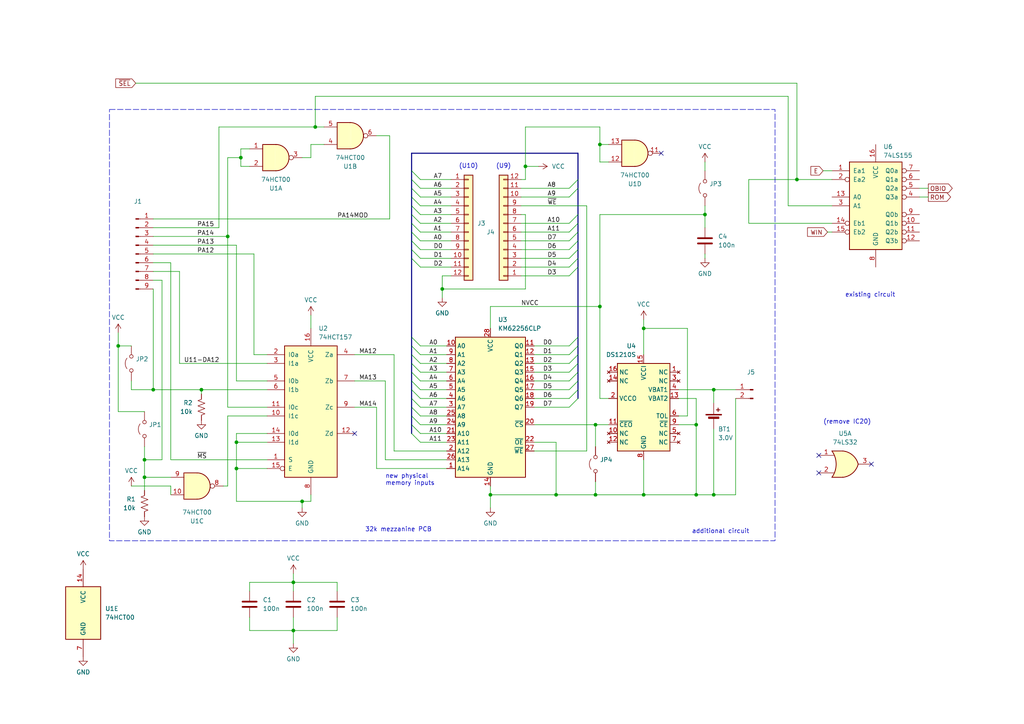
<source format=kicad_sch>
(kicad_sch (version 20250114) (generator "eeschema") (generator_version "9.0")
  (paper "A4")
  (title_block (title "TRS-80 MC-10 32k memory expansion") (date "2025-02-08") (company "kw"))
  (lib_symbols
    (symbol "74xx:74HCT00" (pin_names (offset 1.016))
      (property "Reference" "U" (at 0 1.27 0))
      (property "Value" "74HCT00" (at 0 -1.27 0))
      (symbol "74HCT00_1_1"
        (pin input line (at -7.62 2.54 0) (length 3.81) (name "~") (number "1"))
        (pin input line (at -7.62 -2.54 0) (length 3.81) (name "~") (number "2"))
        (pin output inverted (at 7.62 0 180) (length 3.81) (name "~") (number "3"))
      )
      (symbol "74HCT00_1_2"
        (pin input inverted (at -7.62 2.54 0) (length 4.318) (name "~") (number "1"))
        (pin input inverted (at -7.62 -2.54 0) (length 4.318) (name "~") (number "2"))
        (pin output line (at 7.62 0 180) (length 3.81) (name "~") (number "3"))
      )
      (symbol "74HCT00_2_1"
        (pin input line (at -7.62 2.54 0) (length 3.81) (name "~") (number "4"))
        (pin input line (at -7.62 -2.54 0) (length 3.81) (name "~") (number "5"))
        (pin output inverted (at 7.62 0 180) (length 3.81) (name "~") (number "6"))
      )
      (symbol "74HCT00_2_2"
        (pin input inverted (at -7.62 2.54 0) (length 4.318) (name "~") (number "4"))
        (pin input inverted (at -7.62 -2.54 0) (length 4.318) (name "~") (number "5"))
        (pin output line (at 7.62 0 180) (length 3.81) (name "~") (number "6"))
      )
      (symbol "74HCT00_3_1"
        (pin input line (at -7.62 2.54 0) (length 3.81) (name "~") (number "9"))
        (pin input line (at -7.62 -2.54 0) (length 3.81) (name "~") (number "10"))
        (pin output inverted (at 7.62 0 180) (length 3.81) (name "~") (number "8"))
      )
      (symbol "74HCT00_3_2"
        (pin input inverted (at -7.62 2.54 0) (length 4.318) (name "~") (number "9"))
        (pin input inverted (at -7.62 -2.54 0) (length 4.318) (name "~") (number "10"))
        (pin output line (at 7.62 0 180) (length 3.81) (name "~") (number "8"))
      )
      (symbol "74HCT00_4_1"
        (pin input line (at -7.62 2.54 0) (length 3.81) (name "~") (number "12"))
        (pin input line (at -7.62 -2.54 0) (length 3.81) (name "~") (number "13"))
        (pin output inverted (at 7.62 0 180) (length 3.81) (name "~") (number "11"))
      )
      (symbol "74HCT00_4_2"
        (pin input inverted (at -7.62 2.54 0) (length 4.318) (name "~") (number "12"))
        (pin input inverted (at -7.62 -2.54 0) (length 4.318) (name "~") (number "13"))
        (pin output line (at 7.62 0 180) (length 3.81) (name "~") (number "11"))
      )
      (symbol "74HCT00_5_0"
        (pin power_in line (at 0 12.7 270) (length 5.08) (name "VCC") (number "14"))
        (pin power_in line (at 0 -12.7 90) (length 5.08) (name "GND") (number "7"))
      )
    )
    (symbol "74xx:74LS155" (pin_names (offset 1.016))
      (property "Reference" "U" (at -7.62 13.97 0))
      (property "Value" "74LS155" (at -7.62 -13.97 0))
      (symbol "74LS155_1_0"
        (pin input line (at -12.7 10.16 0) (length 5.08) (name "Ea1") (number "1"))
        (pin input inverted (at -12.7 7.62 0) (length 5.08) (name "Ea2") (number "2"))
        (pin input line (at -12.7 2.54 0) (length 5.08) (name "A0") (number "13"))
        (pin input line (at -12.7 0 0) (length 5.08) (name "A1") (number "3"))
        (pin input inverted (at -12.7 -5.08 0) (length 5.08) (name "Eb1") (number "14"))
        (pin input inverted (at -12.7 -7.62 0) (length 5.08) (name "Eb2") (number "15"))
        (pin power_in line (at 0 17.78 270) (length 5.08) (name "VCC") (number "16"))
        (pin power_in line (at 0 -17.78 90) (length 5.08) (name "GND") (number "8"))
        (pin output inverted (at 12.7 10.16 180) (length 5.08) (name "Q0a") (number "7"))
        (pin output inverted (at 12.7 7.62 180) (length 5.08) (name "Q1a") (number "6"))
        (pin output inverted (at 12.7 5.08 180) (length 5.08) (name "Q2a") (number "5"))
        (pin output inverted (at 12.7 2.54 180) (length 5.08) (name "Q3a") (number "4"))
        (pin output inverted (at 12.7 -2.54 180) (length 5.08) (name "Q0b") (number "9"))
        (pin output inverted (at 12.7 -5.08 180) (length 5.08) (name "Q1b") (number "10"))
        (pin output inverted (at 12.7 -7.62 180) (length 5.08) (name "Q2b") (number "11"))
        (pin output inverted (at 12.7 -10.16 180) (length 5.08) (name "Q3b") (number "12"))
      )
    )
    (symbol "74xx:74LS157" (pin_names (offset 1.016))
      (property "Reference" "U" (at -7.62 19.05 0))
      (property "Value" "74LS157" (at -7.62 -21.59 0))
      (symbol "74LS157_1_0"
        (pin input line (at -12.7 15.24 0) (length 5.08) (name "I0a") (number "2"))
        (pin input line (at -12.7 12.7 0) (length 5.08) (name "I1a") (number "3"))
        (pin input line (at -12.7 7.62 0) (length 5.08) (name "I0b") (number "5"))
        (pin input line (at -12.7 5.08 0) (length 5.08) (name "I1b") (number "6"))
        (pin input line (at -12.7 0 0) (length 5.08) (name "I0c") (number "11"))
        (pin input line (at -12.7 -2.54 0) (length 5.08) (name "I1c") (number "10"))
        (pin input line (at -12.7 -7.62 0) (length 5.08) (name "I0d") (number "14"))
        (pin input line (at -12.7 -10.16 0) (length 5.08) (name "I1d") (number "13"))
        (pin input line (at -12.7 -15.24 0) (length 5.08) (name "S") (number "1"))
        (pin input inverted (at -12.7 -17.78 0) (length 5.08) (name "E") (number "15"))
        (pin power_in line (at 0 22.86 270) (length 5.08) (name "VCC") (number "16"))
        (pin power_in line (at 0 -25.4 90) (length 5.08) (name "GND") (number "8"))
        (pin output line (at 12.7 15.24 180) (length 5.08) (name "Za") (number "4"))
        (pin output line (at 12.7 7.62 180) (length 5.08) (name "Zb") (number "7"))
        (pin output line (at 12.7 0 180) (length 5.08) (name "Zc") (number "9"))
        (pin output line (at 12.7 -7.62 180) (length 5.08) (name "Zd") (number "12"))
      )
    )
    (symbol "74xx:74LS32" (pin_names (offset 1.016))
      (property "Reference" "U" (at 0 1.27 0))
      (property "Value" "74LS32" (at 0 -1.27 0))
      (symbol "74LS32_1_1"
        (pin input line (at -7.62 2.54 0) (length 4.318) (name "~") (number "1"))
        (pin input line (at -7.62 -2.54 0) (length 4.318) (name "~") (number "2"))
        (pin output line (at 7.62 0 180) (length 3.81) (name "~") (number "3"))
      )
      (symbol "74LS32_1_2"
        (pin input inverted (at -7.62 2.54 0) (length 3.81) (name "~") (number "1"))
        (pin input inverted (at -7.62 -2.54 0) (length 3.81) (name "~") (number "2"))
        (pin output inverted (at 7.62 0 180) (length 3.81) (name "~") (number "3"))
      )
      (symbol "74LS32_2_1"
        (pin input line (at -7.62 2.54 0) (length 4.318) (name "~") (number "4"))
        (pin input line (at -7.62 -2.54 0) (length 4.318) (name "~") (number "5"))
        (pin output line (at 7.62 0 180) (length 3.81) (name "~") (number "6"))
      )
      (symbol "74LS32_2_2"
        (pin input inverted (at -7.62 2.54 0) (length 3.81) (name "~") (number "4"))
        (pin input inverted (at -7.62 -2.54 0) (length 3.81) (name "~") (number "5"))
        (pin output inverted (at 7.62 0 180) (length 3.81) (name "~") (number "6"))
      )
      (symbol "74LS32_3_1"
        (pin input line (at -7.62 2.54 0) (length 4.318) (name "~") (number "9"))
        (pin input line (at -7.62 -2.54 0) (length 4.318) (name "~") (number "10"))
        (pin output line (at 7.62 0 180) (length 3.81) (name "~") (number "8"))
      )
      (symbol "74LS32_3_2"
        (pin input inverted (at -7.62 2.54 0) (length 3.81) (name "~") (number "9"))
        (pin input inverted (at -7.62 -2.54 0) (length 3.81) (name "~") (number "10"))
        (pin output inverted (at 7.62 0 180) (length 3.81) (name "~") (number "8"))
      )
      (symbol "74LS32_4_1"
        (pin input line (at -7.62 2.54 0) (length 4.318) (name "~") (number "12"))
        (pin input line (at -7.62 -2.54 0) (length 4.318) (name "~") (number "13"))
        (pin output line (at 7.62 0 180) (length 3.81) (name "~") (number "11"))
      )
      (symbol "74LS32_4_2"
        (pin input inverted (at -7.62 2.54 0) (length 3.81) (name "~") (number "12"))
        (pin input inverted (at -7.62 -2.54 0) (length 3.81) (name "~") (number "13"))
        (pin output inverted (at 7.62 0 180) (length 3.81) (name "~") (number "11"))
      )
      (symbol "74LS32_5_0"
        (pin power_in line (at 0 12.7 270) (length 5.08) (name "VCC") (number "14"))
        (pin power_in line (at 0 -12.7 90) (length 5.08) (name "GND") (number "7"))
      )
    )
    (symbol "Connector:Conn_01x02_Pin" (pin_names (offset 1.016) (hide yes))
      (property "Reference" "J" (at 0 2.54 0))
      (property "Value" "Conn_01x02_Pin" (at 0 -5.08 0))
      (symbol "Conn_01x02_Pin_1_1"
        (pin passive line (at 5.08 0 180) (length 3.81) (name "Pin_1") (number "1"))
        (pin passive line (at 5.08 -2.54 180) (length 3.81) (name "Pin_2") (number "2"))
      )
    )
    (symbol "Connector:Conn_01x09_Pin" (pin_names (offset 1.016) (hide yes))
      (property "Reference" "J" (at 0 12.7 0))
      (property "Value" "Conn_01x09_Pin" (at 0 -12.7 0))
      (symbol "Conn_01x09_Pin_1_1"
        (pin passive line (at 5.08 10.16 180) (length 3.81) (name "Pin_1") (number "1"))
        (pin passive line (at 5.08 7.62 180) (length 3.81) (name "Pin_2") (number "2"))
        (pin passive line (at 5.08 5.08 180) (length 3.81) (name "Pin_3") (number "3"))
        (pin passive line (at 5.08 2.54 180) (length 3.81) (name "Pin_4") (number "4"))
        (pin passive line (at 5.08 0 180) (length 3.81) (name "Pin_5") (number "5"))
        (pin passive line (at 5.08 -2.54 180) (length 3.81) (name "Pin_6") (number "6"))
        (pin passive line (at 5.08 -5.08 180) (length 3.81) (name "Pin_7") (number "7"))
        (pin passive line (at 5.08 -7.62 180) (length 3.81) (name "Pin_8") (number "8"))
        (pin passive line (at 5.08 -10.16 180) (length 3.81) (name "Pin_9") (number "9"))
      )
    )
    (symbol "Connector_Generic:Conn_01x12" (pin_names (offset 1.016) (hide yes))
      (property "Reference" "J" (at 0 15.24 0))
      (property "Value" "Conn_01x12" (at 0 -17.78 0))
      (symbol "Conn_01x12_1_1"
        (pin passive line (at -5.08 12.7 0) (length 3.81) (name "Pin_1") (number "1"))
        (pin passive line (at -5.08 10.16 0) (length 3.81) (name "Pin_2") (number "2"))
        (pin passive line (at -5.08 7.62 0) (length 3.81) (name "Pin_3") (number "3"))
        (pin passive line (at -5.08 5.08 0) (length 3.81) (name "Pin_4") (number "4"))
        (pin passive line (at -5.08 2.54 0) (length 3.81) (name "Pin_5") (number "5"))
        (pin passive line (at -5.08 0 0) (length 3.81) (name "Pin_6") (number "6"))
        (pin passive line (at -5.08 -2.54 0) (length 3.81) (name "Pin_7") (number "7"))
        (pin passive line (at -5.08 -5.08 0) (length 3.81) (name "Pin_8") (number "8"))
        (pin passive line (at -5.08 -7.62 0) (length 3.81) (name "Pin_9") (number "9"))
        (pin passive line (at -5.08 -10.16 0) (length 3.81) (name "Pin_10") (number "10"))
        (pin passive line (at -5.08 -12.7 0) (length 3.81) (name "Pin_11") (number "11"))
        (pin passive line (at -5.08 -15.24 0) (length 3.81) (name "Pin_12") (number "12"))
      )
    )
    (symbol "Device:Battery_Cell" (pin_numbers (hide yes)) (pin_names (offset 0) (hide yes))
      (property "Reference" "BT" (at 2.54 2.54 0))
      (property "Value" "Battery_Cell" (at 2.54 0 0))
      (symbol "Battery_Cell_1_1"
        (pin passive line (at 0 5.08 270) (length 2.54) (name "+") (number "1"))
        (pin passive line (at 0 -2.54 90) (length 2.54) (name "-") (number "2"))
      )
    )
    (symbol "Device:C" (pin_numbers (hide yes)) (pin_names (offset 0.254))
      (property "Reference" "C" (at 0.635 2.54 0))
      (property "Value" "C" (at 0.635 -2.54 0))
      (symbol "C_1_1"
        (pin passive line (at 0 3.81 270) (length 2.794) (name "~") (number "1"))
        (pin passive line (at 0 -3.81 90) (length 2.794) (name "~") (number "2"))
      )
    )
    (symbol "Device:R_US" (pin_numbers (hide yes)) (pin_names (offset 0))
      (property "Reference" "R" (at 2.54 0 90))
      (property "Value" "R_US" (at -2.54 0 90))
      (symbol "R_US_1_1"
        (pin passive line (at 0 3.81 270) (length 1.27) (name "~") (number "1"))
        (pin passive line (at 0 -3.81 90) (length 1.27) (name "~") (number "2"))
      )
    )
    (symbol "Jumper:Jumper_2_Open" (pin_numbers (hide yes)) (pin_names (offset 0) (hide yes)) (exclude_from_sim yes)
      (property "Reference" "JP" (at 0 2.794 0))
      (property "Value" "Jumper_2_Open" (at 0 -2.286 0))
      (symbol "Jumper_2_Open_1_1"
        (pin passive line (at -5.08 0 0) (length 2.54) (name "A") (number "1"))
        (pin passive line (at 5.08 0 180) (length 2.54) (name "B") (number "2"))
      )
    )
    (symbol "Memory_RAM:KM62256CLP"
      (property "Reference" "U" (at -10.16 20.955 0))
      (property "Value" "KM62256CLP" (at 2.54 20.955 0))
      (symbol "KM62256CLP_0_0"
        (pin power_in line (at 0 22.86 270) (length 2.54) (name "VCC") (number "28"))
        (pin power_in line (at 0 -22.86 90) (length 2.54) (name "GND") (number "14"))
      )
      (symbol "KM62256CLP_1_1"
        (pin input line (at -12.7 17.78 0) (length 2.54) (name "A0") (number "10"))
        (pin input line (at -12.7 15.24 0) (length 2.54) (name "A1") (number "9"))
        (pin input line (at -12.7 12.7 0) (length 2.54) (name "A2") (number "8"))
        (pin input line (at -12.7 10.16 0) (length 2.54) (name "A3") (number "7"))
        (pin input line (at -12.7 7.62 0) (length 2.54) (name "A4") (number "6"))
        (pin input line (at -12.7 5.08 0) (length 2.54) (name "A5") (number "5"))
        (pin input line (at -12.7 2.54 0) (length 2.54) (name "A6") (number "4"))
        (pin input line (at -12.7 0 0) (length 2.54) (name "A7") (number "3"))
        (pin input line (at -12.7 -2.54 0) (length 2.54) (name "A8") (number "25"))
        (pin input line (at -12.7 -5.08 0) (length 2.54) (name "A9") (number "24"))
        (pin input line (at -12.7 -7.62 0) (length 2.54) (name "A10") (number "21"))
        (pin input line (at -12.7 -10.16 0) (length 2.54) (name "A11") (number "23"))
        (pin input line (at -12.7 -12.7 0) (length 2.54) (name "A12") (number "2"))
        (pin input line (at -12.7 -15.24 0) (length 2.54) (name "A13") (number "26"))
        (pin input line (at -12.7 -17.78 0) (length 2.54) (name "A14") (number "1"))
        (pin tri_state line (at 12.7 17.78 180) (length 2.54) (name "Q0") (number "11"))
        (pin tri_state line (at 12.7 15.24 180) (length 2.54) (name "Q1") (number "12"))
        (pin tri_state line (at 12.7 12.7 180) (length 2.54) (name "Q2") (number "13"))
        (pin tri_state line (at 12.7 10.16 180) (length 2.54) (name "Q3") (number "15"))
        (pin tri_state line (at 12.7 7.62 180) (length 2.54) (name "Q4") (number "16"))
        (pin tri_state line (at 12.7 5.08 180) (length 2.54) (name "Q5") (number "17"))
        (pin tri_state line (at 12.7 2.54 180) (length 2.54) (name "Q6") (number "18"))
        (pin tri_state line (at 12.7 0 180) (length 2.54) (name "Q7") (number "19"))
        (pin input line (at 12.7 -5.08 180) (length 2.54) (name "~{CS}") (number "20"))
        (pin input line (at 12.7 -10.16 180) (length 2.54) (name "~{OE}") (number "22"))
        (pin input line (at 12.7 -12.7 180) (length 2.54) (name "~{WE}") (number "27"))
      )
    )
    (symbol "New_Library:DS1210S"
      (property "Reference" "U9" (at 2.1941 17.78 0))
      (property "Value" "DS1210S" (at 2.1941 15.24 0))
      (symbol "DS1210S_1_1"
        (pin no_connect line (at -10.16 10.16 0) (length 2.54) (name "NC") (number "1"))
        (pin no_connect line (at -10.16 7.62 0) (length 2.54) (name "NC") (number "3"))
        (pin power_in line (at -10.16 5.08 0) (length 2.54) (name "VBAT1") (number "4"))
        (pin power_in line (at -10.16 2.54 0) (length 2.54) (name "VBAT2") (number "13"))
        (pin input line (at -10.16 -2.54 0) (length 2.54) (name "TOL") (number "6"))
        (pin input line (at -10.16 -5.08 0) (length 2.54) (name "~{CE}") (number "9"))
        (pin no_connect line (at -10.16 -7.62 0) (length 2.54) (name "NC") (number "5"))
        (pin no_connect line (at -10.16 -10.16 0) (length 2.54) (name "NC") (number "7"))
        (pin power_in line (at 0 15.24 270) (length 2.54) (name "VCCI") (number "15"))
        (pin power_in line (at 0 -15.24 90) (length 2.54) (name "GND") (number "8"))
        (pin no_connect line (at 10.16 10.16 180) (length 2.54) (name "NC") (number "16"))
        (pin no_connect line (at 10.16 7.62 180) (length 2.54) (name "NC") (number "14"))
        (pin power_out line (at 10.16 2.54 180) (length 2.54) (name "VCCO") (number "2"))
        (pin output line (at 10.16 -5.08 180) (length 2.54) (name "~{CEO}") (number "11"))
        (pin no_connect line (at 10.16 -7.62 180) (length 2.54) (name "NC") (number "10"))
        (pin no_connect line (at 10.16 -10.16 180) (length 2.54) (name "NC") (number "12"))
      )
    )
    (symbol "power:GND" (power) (pin_names (offset 0))
      (property "Value" "GND" (at 0 -3.81 0))
      (symbol "GND_1_1"
        (pin power_in line (at 0 0 270) (length 0) (hide yes) (name "GND") (number "1"))
      )
    )
    (symbol "power:VCC" (power) (pin_names (offset 0))
      (property "Value" "VCC" (at 0 3.81 0))
      (symbol "VCC_1_1"
        (pin power_in line (at 0 0 90) (length 0) (hide yes) (name "VCC") (number "1"))
      )
    )
  )
  (rectangle (start 31.75 31.75) (end 224.79 156.845) (stroke (width 0) (type dash)))
  (text "32k mezzanine PCB" (at 115.57 153.67 0) (effects (font (size 1.27 1.27))))
  (text "(remove IC20)" (at 238.76 123.19 0) (effects (font (size 1.27 1.27)) (justify left bottom)))
  (text "(U9)" (at 146.05 48.26 0) (effects (font (size 1.27 1.27))))
  (text "additional circuit" (at 200.66 154.94 0) (effects (font (size 1.27 1.27)) (justify left bottom)))
  (text "(U10)" (at 135.89 48.26 0) (effects (font (size 1.27 1.27))))
  (text "existing circuit" (at 245.11 86.36 0) (effects (font (size 1.27 1.27)) (justify left bottom)))
  (text "new physical\nmemory inputs" (at 111.76 140.97 0) (effects (font (size 1.27 1.27)) (justify left bottom)))
  (junction (at 186.69 143.51))
  (junction (at 41.91 133.35))
  (junction (at 173.99 41.91))
  (junction (at 142.24 143.51))
  (junction (at 68.58 128.27))
  (junction (at 91.44 36.83))
  (junction (at 172.72 123.19))
  (junction (at 152.4 48.26))
  (junction (at 128.27 83.82))
  (junction (at 68.58 135.89))
  (junction (at 58.42 113.03))
  (junction (at 41.91 138.43))
  (junction (at 34.29 100.33))
  (junction (at 231.14 52.07))
  (junction (at 85.09 168.91))
  (junction (at 201.93 123.19))
  (junction (at 87.63 145.415))
  (junction (at 69.85 45.72))
  (junction (at 201.93 143.51))
  (junction (at 66.04 68.58))
  (junction (at 172.72 143.51))
  (junction (at 173.99 88.9))
  (junction (at 85.09 182.88))
  (junction (at 161.29 143.51))
  (junction (at 44.45 113.03))
  (junction (at 204.47 62.23))
  (junction (at 207.01 143.51))
  (junction (at 207.01 113.03))
  (junction (at 186.69 95.25))
  (no_connect (at 252.73 134.62))
  (no_connect (at 191.77 44.45))
  (no_connect (at 237.49 132.08))
  (no_connect (at 237.49 137.16))
  (no_connect (at 102.87 125.73))
  (bus_entry (at 167.64 102.87) (size -2.54 2.54))
  (bus_entry (at 167.64 77.47) (size -2.54 2.54))
  (bus_entry (at 119.38 118.11) (size 2.54 2.54))
  (bus_entry (at 167.64 52.07) (size -2.54 2.54))
  (bus_entry (at 119.38 107.95) (size 2.54 2.54))
  (bus_entry (at 119.38 59.69) (size 2.54 2.54))
  (bus_entry (at 119.38 113.03) (size 2.54 2.54))
  (bus_entry (at 119.38 49.53) (size 2.54 2.54))
  (bus_entry (at 167.64 64.77) (size -2.54 2.54))
  (bus_entry (at 119.38 110.49) (size 2.54 2.54))
  (bus_entry (at 167.64 97.79) (size -2.54 2.54))
  (bus_entry (at 119.38 72.39) (size 2.54 2.54))
  (bus_entry (at 119.38 54.61) (size 2.54 2.54))
  (bus_entry (at 119.38 64.77) (size 2.54 2.54))
  (bus_entry (at 119.38 123.19) (size 2.54 2.54))
  (bus_entry (at 167.64 69.85) (size -2.54 2.54))
  (bus_entry (at 167.64 110.49) (size -2.54 2.54))
  (bus_entry (at 119.38 62.23) (size 2.54 2.54))
  (bus_entry (at 119.38 97.79) (size 2.54 2.54))
  (bus_entry (at 119.38 115.57) (size 2.54 2.54))
  (bus_entry (at 167.64 107.95) (size -2.54 2.54))
  (bus_entry (at 167.64 54.61) (size -2.54 2.54))
  (bus_entry (at 167.64 100.33) (size -2.54 2.54))
  (bus_entry (at 119.38 100.33) (size 2.54 2.54))
  (bus_entry (at 119.38 105.41) (size 2.54 2.54))
  (bus_entry (at 167.64 105.41) (size -2.54 2.54))
  (bus_entry (at 119.38 120.65) (size 2.54 2.54))
  (bus_entry (at 119.38 52.07) (size 2.54 2.54))
  (bus_entry (at 119.38 69.85) (size 2.54 2.54))
  (bus_entry (at 167.64 67.31) (size -2.54 2.54))
  (bus_entry (at 167.64 74.93) (size -2.54 2.54))
  (bus_entry (at 119.38 125.73) (size 2.54 2.54))
  (bus_entry (at 167.64 62.23) (size -2.54 2.54))
  (bus_entry (at 119.38 67.31) (size 2.54 2.54))
  (bus_entry (at 167.64 115.57) (size -2.54 2.54))
  (bus_entry (at 167.64 113.03) (size -2.54 2.54))
  (bus_entry (at 119.38 102.87) (size 2.54 2.54))
  (bus_entry (at 119.38 57.15) (size 2.54 2.54))
  (bus_entry (at 119.38 74.93) (size 2.54 2.54))
  (bus_entry (at 167.64 72.39) (size -2.54 2.54))
  (wire (pts (xy 121.92 72.39) (xy 130.81 72.39)))
  (wire (pts (xy 129.54 130.81) (xy 114.3 130.81)))
  (wire (pts (xy 151.13 59.69) (xy 170.18 59.69)))
  (wire (pts (xy 196.85 123.19) (xy 201.93 123.19)))
  (wire (pts (xy 207.01 124.46) (xy 207.01 143.51)))
  (bus (pts (xy 119.38 110.49) (xy 119.38 107.95)))
  (wire (pts (xy 102.87 118.11) (xy 109.22 118.11)))
  (wire (pts (xy 199.39 120.65) (xy 199.39 95.25)))
  (wire (pts (xy 85.09 186.69) (xy 85.09 182.88)))
  (bus (pts (xy 167.64 44.45) (xy 167.64 52.07)))
  (wire (pts (xy 151.13 54.61) (xy 165.1 54.61)))
  (wire (pts (xy 176.53 115.57) (xy 173.99 115.57)))
  (bus (pts (xy 167.64 113.03) (xy 167.64 115.57)))
  (wire (pts (xy 58.42 113.03) (xy 77.47 113.03)))
  (wire (pts (xy 151.13 67.31) (xy 165.1 67.31)))
  (wire (pts (xy 207.01 113.03) (xy 213.36 113.03)))
  (wire (pts (xy 68.58 135.89) (xy 68.58 145.415)))
  (wire (pts (xy 201.93 123.19) (xy 201.93 143.51)))
  (wire (pts (xy 152.4 48.26) (xy 152.4 36.83)))
  (wire (pts (xy 121.92 110.49) (xy 129.54 110.49)))
  (wire (pts (xy 111.76 110.49) (xy 111.76 133.35)))
  (wire (pts (xy 68.58 110.49) (xy 68.58 71.12)))
  (wire (pts (xy 128.27 83.82) (xy 152.4 83.82)))
  (wire (pts (xy 102.87 102.87) (xy 114.3 102.87)))
  (bus (pts (xy 119.38 64.77) (xy 119.38 62.23)))
  (wire (pts (xy 151.13 77.47) (xy 165.1 77.47)))
  (wire (pts (xy 49.53 76.2) (xy 44.45 76.2)))
  (bus (pts (xy 119.38 54.61) (xy 119.38 52.07)))
  (wire (pts (xy 34.29 100.33) (xy 38.1 100.33)))
  (wire (pts (xy 156.21 48.26) (xy 152.4 48.26)))
  (wire (pts (xy 66.04 68.58) (xy 66.04 118.11)))
  (wire (pts (xy 121.92 105.41) (xy 129.54 105.41)))
  (bus (pts (xy 119.38 69.85) (xy 119.38 67.31)))
  (wire (pts (xy 207.01 113.03) (xy 207.01 116.84)))
  (wire (pts (xy 152.4 62.23) (xy 151.13 62.23)))
  (wire (pts (xy 77.47 110.49) (xy 68.58 110.49)))
  (wire (pts (xy 90.17 45.72) (xy 90.17 41.91)))
  (wire (pts (xy 41.91 138.43) (xy 49.53 138.43)))
  (wire (pts (xy 38.1 113.03) (xy 38.1 110.49)))
  (wire (pts (xy 204.47 74.93) (xy 204.47 73.66)))
  (wire (pts (xy 90.17 143.51) (xy 90.17 145.415)))
  (wire (pts (xy 91.44 36.83) (xy 93.98 36.83)))
  (wire (pts (xy 38.1 113.03) (xy 44.45 113.03)))
  (wire (pts (xy 121.92 107.95) (xy 129.54 107.95)))
  (wire (pts (xy 154.94 128.27) (xy 161.29 128.27)))
  (wire (pts (xy 85.09 182.88) (xy 85.09 179.07)))
  (wire (pts (xy 154.94 110.49) (xy 165.1 110.49)))
  (wire (pts (xy 102.87 110.49) (xy 111.76 110.49)))
  (bus (pts (xy 167.64 64.77) (xy 167.64 67.31)))
  (wire (pts (xy 44.45 68.58) (xy 66.04 68.58)))
  (wire (pts (xy 87.63 145.415) (xy 87.63 147.32)))
  (wire (pts (xy 154.94 123.19) (xy 172.72 123.19)))
  (wire (pts (xy 217.17 52.07) (xy 217.17 64.77)))
  (bus (pts (xy 119.38 123.19) (xy 119.38 120.65)))
  (bus (pts (xy 119.38 107.95) (xy 119.38 105.41)))
  (wire (pts (xy 85.09 168.91) (xy 85.09 171.45)))
  (wire (pts (xy 114.3 130.81) (xy 114.3 102.87)))
  (wire (pts (xy 97.79 182.88) (xy 97.79 179.07)))
  (wire (pts (xy 173.99 41.91) (xy 173.99 46.99)))
  (wire (pts (xy 121.92 74.93) (xy 130.81 74.93)))
  (wire (pts (xy 72.39 168.91) (xy 72.39 171.45)))
  (wire (pts (xy 173.99 41.91) (xy 176.53 41.91)))
  (wire (pts (xy 72.39 182.88) (xy 72.39 179.07)))
  (wire (pts (xy 151.13 72.39) (xy 165.1 72.39)))
  (wire (pts (xy 154.94 107.95) (xy 165.1 107.95)))
  (wire (pts (xy 172.72 123.19) (xy 172.72 129.54)))
  (wire (pts (xy 44.45 66.04) (xy 63.5 66.04)))
  (wire (pts (xy 46.99 81.28) (xy 44.45 81.28)))
  (wire (pts (xy 152.4 48.26) (xy 152.4 52.07)))
  (bus (pts (xy 119.38 57.15) (xy 119.38 54.61)))
  (bus (pts (xy 167.64 110.49) (xy 167.64 113.03)))
  (bus (pts (xy 119.38 102.87) (xy 119.38 100.33)))
  (bus (pts (xy 119.38 52.07) (xy 119.38 49.53)))
  (wire (pts (xy 154.94 113.03) (xy 165.1 113.03)))
  (wire (pts (xy 49.53 76.2) (xy 49.53 133.35)))
  (wire (pts (xy 172.72 139.7) (xy 172.72 143.51)))
  (wire (pts (xy 121.92 54.61) (xy 130.81 54.61)))
  (wire (pts (xy 207.01 143.51) (xy 201.93 143.51)))
  (wire (pts (xy 228.6 59.69) (xy 241.3 59.69)))
  (wire (pts (xy 68.58 135.89) (xy 77.47 135.89)))
  (wire (pts (xy 49.53 140.97) (xy 49.53 143.51)))
  (bus (pts (xy 119.38 120.65) (xy 119.38 118.11)))
  (wire (pts (xy 128.27 80.01) (xy 128.27 83.82)))
  (wire (pts (xy 154.94 102.87) (xy 165.1 102.87)))
  (wire (pts (xy 173.99 62.23) (xy 204.47 62.23)))
  (wire (pts (xy 121.92 120.65) (xy 129.54 120.65)))
  (wire (pts (xy 66.04 140.97) (xy 64.77 140.97)))
  (wire (pts (xy 142.24 143.51) (xy 142.24 140.97)))
  (wire (pts (xy 228.6 27.94) (xy 228.6 59.69)))
  (wire (pts (xy 121.92 67.31) (xy 130.81 67.31)))
  (wire (pts (xy 72.39 182.88) (xy 85.09 182.88)))
  (wire (pts (xy 152.4 83.82) (xy 152.4 62.23)))
  (wire (pts (xy 41.91 133.35) (xy 46.99 133.35)))
  (wire (pts (xy 161.29 143.51) (xy 142.24 143.51)))
  (wire (pts (xy 196.85 115.57) (xy 201.93 115.57)))
  (wire (pts (xy 91.44 27.94) (xy 91.44 36.83)))
  (wire (pts (xy 34.29 96.52) (xy 34.29 100.33)))
  (wire (pts (xy 196.85 113.03) (xy 207.01 113.03)))
  (wire (pts (xy 204.47 59.69) (xy 204.47 62.23)))
  (wire (pts (xy 173.99 62.23) (xy 173.99 88.9)))
  (wire (pts (xy 199.39 95.25) (xy 186.69 95.25)))
  (wire (pts (xy 186.69 133.35) (xy 186.69 143.51)))
  (wire (pts (xy 44.45 73.66) (xy 73.66 73.66)))
  (wire (pts (xy 266.7 57.15) (xy 269.24 57.15)))
  (wire (pts (xy 87.63 45.72) (xy 90.17 45.72)))
  (wire (pts (xy 73.66 73.66) (xy 73.66 102.87)))
  (wire (pts (xy 121.92 57.15) (xy 130.81 57.15)))
  (wire (pts (xy 68.58 145.415) (xy 87.63 145.415)))
  (wire (pts (xy 52.07 78.74) (xy 52.07 105.41)))
  (wire (pts (xy 154.94 118.11) (xy 165.1 118.11)))
  (bus (pts (xy 119.38 105.41) (xy 119.38 102.87)))
  (wire (pts (xy 72.39 43.18) (xy 69.85 43.18)))
  (wire (pts (xy 186.69 143.51) (xy 201.93 143.51)))
  (wire (pts (xy 63.5 36.83) (xy 91.44 36.83)))
  (wire (pts (xy 68.58 128.27) (xy 77.47 128.27)))
  (wire (pts (xy 72.39 168.91) (xy 85.09 168.91)))
  (wire (pts (xy 173.99 88.9) (xy 142.24 88.9)))
  (wire (pts (xy 170.18 130.81) (xy 154.94 130.81)))
  (wire (pts (xy 44.45 71.12) (xy 68.58 71.12)))
  (wire (pts (xy 41.91 138.43) (xy 41.91 142.24)))
  (wire (pts (xy 90.17 41.91) (xy 93.98 41.91)))
  (bus (pts (xy 119.38 67.31) (xy 119.38 64.77)))
  (wire (pts (xy 172.72 143.51) (xy 186.69 143.51)))
  (wire (pts (xy 154.94 100.33) (xy 165.1 100.33)))
  (bus (pts (xy 167.64 54.61) (xy 167.64 62.23)))
  (wire (pts (xy 34.29 100.33) (xy 34.29 119.38)))
  (bus (pts (xy 167.64 107.95) (xy 167.64 110.49)))
  (bus (pts (xy 167.64 100.33) (xy 167.64 102.87)))
  (wire (pts (xy 240.03 67.31) (xy 241.3 67.31)))
  (bus (pts (xy 167.64 97.79) (xy 167.64 100.33)))
  (wire (pts (xy 44.45 63.5) (xy 113.03 63.5)))
  (bus (pts (xy 119.38 62.23) (xy 119.38 59.69)))
  (wire (pts (xy 69.85 48.26) (xy 72.39 48.26)))
  (wire (pts (xy 66.04 120.65) (xy 77.47 120.65)))
  (wire (pts (xy 161.29 128.27) (xy 161.29 143.51)))
  (bus (pts (xy 167.64 62.23) (xy 167.64 64.77)))
  (bus (pts (xy 167.64 69.85) (xy 167.64 72.39)))
  (wire (pts (xy 213.36 143.51) (xy 213.36 115.57)))
  (bus (pts (xy 119.38 115.57) (xy 119.38 113.03)))
  (wire (pts (xy 151.13 64.77) (xy 165.1 64.77)))
  (wire (pts (xy 68.58 135.89) (xy 68.58 128.27)))
  (wire (pts (xy 217.17 52.07) (xy 231.14 52.07)))
  (wire (pts (xy 152.4 36.83) (xy 173.99 36.83)))
  (bus (pts (xy 167.64 67.31) (xy 167.64 69.85)))
  (bus (pts (xy 119.38 123.19) (xy 119.38 125.73)))
  (wire (pts (xy 44.45 113.03) (xy 58.42 113.03)))
  (wire (pts (xy 121.92 102.87) (xy 129.54 102.87)))
  (wire (pts (xy 58.42 113.03) (xy 58.42 114.3)))
  (wire (pts (xy 34.29 119.38) (xy 41.91 119.38)))
  (wire (pts (xy 151.13 80.01) (xy 165.1 80.01)))
  (wire (pts (xy 63.5 36.83) (xy 63.5 66.04)))
  (bus (pts (xy 119.38 74.93) (xy 119.38 72.39)))
  (wire (pts (xy 90.17 145.415) (xy 87.63 145.415)))
  (wire (pts (xy 231.14 52.07) (xy 241.3 52.07)))
  (wire (pts (xy 121.92 113.03) (xy 129.54 113.03)))
  (wire (pts (xy 121.92 59.69) (xy 130.81 59.69)))
  (wire (pts (xy 91.44 27.94) (xy 228.6 27.94)))
  (wire (pts (xy 109.22 135.89) (xy 129.54 135.89)))
  (wire (pts (xy 41.91 138.43) (xy 41.91 133.35)))
  (wire (pts (xy 196.85 120.65) (xy 199.39 120.65)))
  (bus (pts (xy 167.64 102.87) (xy 167.64 105.41)))
  (wire (pts (xy 46.99 133.35) (xy 46.99 81.28)))
  (wire (pts (xy 201.93 115.57) (xy 201.93 123.19)))
  (wire (pts (xy 38.1 140.97) (xy 49.53 140.97)))
  (wire (pts (xy 173.99 46.99) (xy 176.53 46.99)))
  (bus (pts (xy 119.38 113.03) (xy 119.38 110.49)))
  (wire (pts (xy 41.91 129.54) (xy 41.91 133.35)))
  (wire (pts (xy 109.22 118.11) (xy 109.22 135.89)))
  (bus (pts (xy 119.38 44.45) (xy 167.64 44.45)))
  (wire (pts (xy 269.24 54.61) (xy 266.7 54.61)))
  (wire (pts (xy 186.69 92.71) (xy 186.69 95.25)))
  (bus (pts (xy 119.38 49.53) (xy 119.38 44.45)))
  (bus (pts (xy 167.64 72.39) (xy 167.64 74.93)))
  (wire (pts (xy 66.04 45.72) (xy 66.04 68.58)))
  (wire (pts (xy 121.92 69.85) (xy 130.81 69.85)))
  (wire (pts (xy 128.27 80.01) (xy 130.81 80.01)))
  (wire (pts (xy 77.47 118.11) (xy 66.04 118.11)))
  (wire (pts (xy 231.14 24.13) (xy 39.37 24.13)))
  (bus (pts (xy 167.64 77.47) (xy 167.64 97.79)))
  (wire (pts (xy 85.09 182.88) (xy 97.79 182.88)))
  (wire (pts (xy 151.13 69.85) (xy 165.1 69.85)))
  (wire (pts (xy 142.24 143.51) (xy 142.24 147.32)))
  (wire (pts (xy 121.92 64.77) (xy 130.81 64.77)))
  (wire (pts (xy 128.27 86.36) (xy 128.27 83.82)))
  (wire (pts (xy 44.45 83.82) (xy 44.45 113.03)))
  (wire (pts (xy 186.69 95.25) (xy 186.69 102.87)))
  (wire (pts (xy 173.99 36.83) (xy 173.99 41.91)))
  (wire (pts (xy 44.45 78.74) (xy 52.07 78.74)))
  (wire (pts (xy 172.72 123.19) (xy 176.53 123.19)))
  (wire (pts (xy 154.94 105.41) (xy 165.1 105.41)))
  (wire (pts (xy 97.79 168.91) (xy 97.79 171.45)))
  (wire (pts (xy 154.94 115.57) (xy 165.1 115.57)))
  (wire (pts (xy 173.99 115.57) (xy 173.99 88.9)))
  (wire (pts (xy 204.47 62.23) (xy 204.47 66.04)))
  (wire (pts (xy 68.58 128.27) (xy 68.58 125.73)))
  (wire (pts (xy 121.92 62.23) (xy 130.81 62.23)))
  (wire (pts (xy 121.92 128.27) (xy 129.54 128.27)))
  (wire (pts (xy 204.47 46.99) (xy 204.47 49.53)))
  (bus (pts (xy 167.64 105.41) (xy 167.64 107.95)))
  (wire (pts (xy 207.01 143.51) (xy 213.36 143.51)))
  (wire (pts (xy 161.29 143.51) (xy 172.72 143.51)))
  (wire (pts (xy 121.92 125.73) (xy 129.54 125.73)))
  (bus (pts (xy 119.38 118.11) (xy 119.38 115.57)))
  (wire (pts (xy 85.09 166.37) (xy 85.09 168.91)))
  (bus (pts (xy 119.38 72.39) (xy 119.38 69.85)))
  (wire (pts (xy 109.22 39.37) (xy 113.03 39.37)))
  (wire (pts (xy 111.76 133.35) (xy 129.54 133.35)))
  (wire (pts (xy 121.92 123.19) (xy 129.54 123.19)))
  (wire (pts (xy 231.14 24.13) (xy 231.14 52.07)))
  (wire (pts (xy 49.53 133.35) (xy 77.47 133.35)))
  (bus (pts (xy 119.38 74.93) (xy 119.38 97.79)))
  (wire (pts (xy 238.76 49.53) (xy 241.3 49.53)))
  (wire (pts (xy 73.66 102.87) (xy 77.47 102.87)))
  (wire (pts (xy 151.13 74.93) (xy 165.1 74.93)))
  (wire (pts (xy 85.09 168.91) (xy 97.79 168.91)))
  (wire (pts (xy 121.92 52.07) (xy 130.81 52.07)))
  (wire (pts (xy 68.58 125.73) (xy 77.47 125.73)))
  (wire (pts (xy 90.17 91.44) (xy 90.17 95.25)))
  (wire (pts (xy 66.04 120.65) (xy 66.04 140.97)))
  (wire (pts (xy 151.13 57.15) (xy 165.1 57.15)))
  (bus (pts (xy 167.64 52.07) (xy 167.64 54.61)))
  (wire (pts (xy 69.85 45.72) (xy 69.85 48.26)))
  (wire (pts (xy 152.4 52.07) (xy 151.13 52.07)))
  (wire (pts (xy 52.07 105.41) (xy 77.47 105.41)))
  (bus (pts (xy 119.38 59.69) (xy 119.38 57.15)))
  (bus (pts (xy 167.64 74.93) (xy 167.64 77.47)))
  (wire (pts (xy 121.92 115.57) (xy 129.54 115.57)))
  (wire (pts (xy 217.17 64.77) (xy 241.3 64.77)))
  (wire (pts (xy 66.04 45.72) (xy 69.85 45.72)))
  (wire (pts (xy 121.92 118.11) (xy 129.54 118.11)))
  (wire (pts (xy 69.85 43.18) (xy 69.85 45.72)))
  (wire (pts (xy 113.03 39.37) (xy 113.03 63.5)))
  (wire (pts (xy 142.24 88.9) (xy 142.24 95.25)))
  (bus (pts (xy 119.38 100.33) (xy 119.38 97.79)))
  (wire (pts (xy 170.18 59.69) (xy 170.18 130.81)))
  (wire (pts (xy 121.92 77.47) (xy 130.81 77.47)))
  (wire (pts (xy 121.92 100.33) (xy 129.54 100.33)))
  (label "~{MS}" (at 57.15 133.35 0))
  (label "MA12" (at 104.14 102.87 0))
  (label "A10" (at 124.46 125.73 0))
  (label "A8" (at 158.75 54.61 0))
  (label "D4" (at 157.48 110.49 0))
  (label "A8" (at 124.46 120.65 0))
  (label "A1" (at 124.46 102.87 0))
  (label "D5" (at 158.75 74.93 0))
  (label "A3" (at 125.73 62.23 0))
  (label "A2" (at 124.46 105.41 0))
  (label "A3" (at 124.46 107.95 0))
  (label "A1" (at 125.73 67.31 0))
  (label "A7" (at 125.73 52.07 0))
  (label "A2" (at 125.73 64.77 0))
  (label "A6" (at 124.46 115.57 0))
  (label "A4" (at 124.46 110.49 0))
  (label "D1" (at 157.48 102.87 0))
  (label "D3" (at 158.75 80.01 0))
  (label "A11" (at 158.75 67.31 0))
  (label "A9" (at 124.46 123.19 0))
  (label "D6" (at 157.48 115.57 0))
  (label "A5" (at 125.73 57.15 0))
  (label "D7" (at 157.48 118.11 0))
  (label "PA13" (at 57.15 71.12 0))
  (label "A9" (at 158.75 57.15 0))
  (label "A7" (at 124.46 118.11 0))
  (label "A0" (at 124.46 100.33 0))
  (label "D5" (at 157.48 113.03 0))
  (label "PA14MOD" (at 97.79 63.5 0))
  (label "D7" (at 158.75 69.85 0))
  (label "A5" (at 124.46 113.03 0))
  (label "U11-DA12" (at 53.34 105.41 0))
  (label "D2" (at 157.48 105.41 0))
  (label "A6" (at 125.73 54.61 0))
  (label "D4" (at 158.75 77.47 0))
  (label "PA12" (at 57.15 73.66 0))
  (label "D0" (at 157.48 100.33 0))
  (label "D6" (at 158.75 72.39 0))
  (label "A10" (at 158.75 64.77 0))
  (label "D2" (at 125.73 77.47 0))
  (label "NVCC" (at 151.13 88.9 0))
  (label "D0" (at 125.73 72.39 0))
  (label "~{WE}" (at 158.75 59.69 0))
  (label "A4" (at 125.73 59.69 0))
  (label "A0" (at 125.73 69.85 0))
  (label "MA14" (at 104.14 118.11 0))
  (label "MA13" (at 104.14 110.49 0))
  (label "PA14" (at 57.15 68.58 0))
  (label "PA15" (at 57.15 66.04 0))
  (label "D1" (at 125.73 74.93 0))
  (label "D3" (at 157.48 107.95 0))
  (label "A11" (at 124.46 128.27 0))
  (global_label "E" (shape input) (at 238.76 49.53 180) (property "Intersheetrefs" "${INTERSHEET_REFS}" (effects (hide yes))))
  (global_label "WIN" (shape input) (at 240.03 67.31 180) (property "Intersheetrefs" "${INTERSHEET_REFS}" (effects (hide yes))))
  (global_label "OBIO" (shape output) (at 269.24 54.61 0) (property "Intersheetrefs" "${INTERSHEET_REFS}" (effects (hide yes))))
  (global_label "~{SEL}" (shape input) (at 39.37 24.13 180) (property "Intersheetrefs" "${INTERSHEET_REFS}" (effects (hide yes))))
  (global_label "ROM" (shape output) (at 269.24 57.15 0) (property "Intersheetrefs" "${INTERSHEET_REFS}" (effects (hide yes))))
  (symbol (lib_id "power:VCC") (at 24.13 165.1 0) (unit 1)
    (property "Reference" "#PWR01" (effects (hide yes)))
    (property "Value" "VCC" (at 24.13 160.655 0))
  )
  (symbol (lib_id "Connector:Conn_01x02_Pin") (at 218.44 113.03 0) (mirror y) (unit 1)
    (property "Reference" "J5" (at 217.805 107.95 0))
    (property "Value" "Conn_01x02_Pin" (effects (hide yes)))
    (property "Footprint" "Connector_PinHeader_2.54mm:PinHeader_1x02_P2.54mm_Vertical" (effects (hide yes)))
    (property "Description" "Generic connector, single row, 01x02, script generated" (effects (hide yes)))
  )
  (symbol (lib_id "power:VCC") (at 204.47 46.99 0) (unit 1)
    (property "Reference" "#PWR016" (effects (hide yes)))
    (property "Value" "VCC" (at 204.47 42.545 0))
  )
  (symbol (lib_id "Connector:Conn_01x09_Pin") (at 39.37 73.66 0) (unit 1)
    (property "Reference" "J1" (at 40.005 58.42 0))
    (property "Value" "Conn_01x09_Pin" (effects (hide yes)))
    (property "Footprint" "Connector_PinHeader_2.54mm:PinHeader_1x09_P2.54mm_Vertical" (effects (hide yes)))
    (property "Description" "Generic connector, single row, 01x09, script generated" (effects (hide yes)))
  )
  (symbol (lib_id "74xx:74HCT00") (at 184.15 44.45 0) (mirror x) (unit 4)
    (property "Reference" "U1" (at 184.1417 53.34 0))
    (property "Value" "74HCT00" (at 184.1417 50.8 0))
    (property "Footprint" "Package_SO:SO-14_3.9x8.65mm_P1.27mm" (effects (hide yes)))
    (property "Datasheet" "http://www.ti.com/lit/gpn/sn74hct00" (effects (hide yes)))
    (property "Description" "quad 2-input NAND gate" (effects (hide yes)))
  )
  (symbol (lib_id "Jumper:Jumper_2_Open") (at 38.1 105.41 90) (unit 1)
    (property "Reference" "JP2" (at 39.37 104.1399 90) (effects (justify right)))
    (property "Value" "Jumper_2_Open" (effects (hide yes)))
    (property "Footprint" "Jumper:SolderJumper-2_P1.3mm_Open_RoundedPad1.0x1.5mm" (effects (hide yes)))
    (property "Description" "Jumper, 2-pole, open" (effects (hide yes)))
  )
  (symbol (lib_id "power:GND") (at 24.13 190.5 0) (unit 1)
    (property "Reference" "#PWR02" (effects (hide yes)))
    (property "Value" "GND" (at 24.13 194.945 0))
  )
  (symbol (lib_id "Device:R_US") (at 41.91 146.05 0) (mirror y) (unit 1)
    (property "Reference" "R1" (at 39.37 144.7799 0) (effects (justify left)))
    (property "Value" "10k" (at 39.37 147.3199 0) (effects (justify left)))
    (property "Footprint" "Resistor_SMD:R_0603_1608Metric" (effects (hide yes)))
    (property "Description" "Resistor, US symbol" (effects (hide yes)))
  )
  (symbol (lib_id "Connector_Generic:Conn_01x12") (at 146.05 67.31 180) (unit 1)
    (property "Reference" "J4" (at 143.51 67.3101 0) (effects (justify left)))
    (property "Value" "Conn_01x12" (effects (hide yes)))
    (property "Footprint" "Connector_PinHeader_2.54mm:PinHeader_1x12_P2.54mm_Vertical" (effects (hide yes)))
    (property "Description" "Generic connector, single row, 01x12, script generated (kicad-library-utils/schlib/autogen/connector/)" (effects (hide yes)))
  )
  (symbol (lib_id "Device:R_US") (at 58.42 118.11 0) (mirror y) (unit 1)
    (property "Reference" "R2" (at 55.88 116.8399 0) (effects (justify left)))
    (property "Value" "10k" (at 55.88 119.3799 0) (effects (justify left)))
    (property "Footprint" "Resistor_SMD:R_0603_1608Metric" (effects (hide yes)))
    (property "Description" "Resistor, US symbol" (effects (hide yes)))
  )
  (symbol (lib_id "power:VCC") (at 38.1 140.97 0) (unit 1)
    (property "Reference" "#PWR015" (effects (hide yes)))
    (property "Value" "VCC" (at 38.1 136.525 0))
  )
  (symbol (lib_id "74xx:74LS155") (at 254 59.69 0) (unit 1) (in_bom no) (on_board no)
    (property "Reference" "U6" (at 256.1941 42.545 0) (effects (justify left)))
    (property "Value" "74LS155" (at 256.1941 45.085 0) (effects (justify left)))
    (property "Datasheet" "http://www.ti.com/lit/gpn/sn74LS155" (effects (hide yes)))
  )
  (symbol (lib_id "power:GND") (at 128.27 86.36 0) (unit 1)
    (property "Reference" "#PWR07" (effects (hide yes)))
    (property "Value" "GND" (at 128.27 90.805 0))
  )
  (symbol (lib_id "74xx:74LS32") (at 245.11 134.62 0) (unit 1) (in_bom no) (on_board no)
    (property "Reference" "U5" (at 245.11 125.73 0))
    (property "Value" "74LS32" (at 245.11 128.27 0))
    (property "Datasheet" "http://www.ti.com/lit/gpn/sn74LS32" (effects (hide yes)))
  )
  (symbol (lib_id "Device:C") (at 97.79 175.26 0) (unit 1)
    (property "Reference" "C3" (at 101.6 173.9899 0) (effects (justify left)))
    (property "Value" "100n" (at 101.6 176.5299 0) (effects (justify left)))
    (property "Footprint" "Capacitor_SMD:C_0603_1608Metric" (effects (hide yes)))
    (property "Description" "Unpolarized capacitor" (effects (hide yes)))
  )
  (symbol (lib_id "power:GND") (at 85.09 186.69 0) (unit 1)
    (property "Reference" "#PWR04" (effects (hide yes)))
    (property "Value" "GND" (at 85.09 191.135 0))
  )
  (symbol (lib_id "Device:C") (at 204.47 69.85 0) (unit 1)
    (property "Reference" "C4" (at 208.28 68.5799 0) (effects (justify left)))
    (property "Value" "100n" (at 208.28 71.1199 0) (effects (justify left)))
    (property "Footprint" "Capacitor_SMD:C_0603_1608Metric" (effects (hide yes)))
    (property "Description" "Unpolarized capacitor" (effects (hide yes)))
  )
  (symbol (lib_id "Memory_RAM:KM62256CLP") (at 142.24 118.11 0) (unit 1)
    (property "Reference" "U3" (at 144.4341 92.71 0) (effects (justify left)))
    (property "Value" "KM62256CLP" (at 144.4341 95.25 0) (effects (justify left)))
    (property "Footprint" "Package_SO:SOP-28_8.4x18.16mm_P1.27mm" (effects (hide yes)))
    (property "Datasheet" "https://www.futurlec.com/Datasheet/Memory/62256.pdf" (effects (hide yes)))
    (property "Description" "32Kx8 bit Low Power CMOS Static RAM, 55/70ns, DIP-28" (effects (hide yes)))
  )
  (symbol (lib_id "power:VCC") (at 156.21 48.26 270) (unit 1)
    (property "Reference" "#PWR09" (effects (hide yes)))
    (property "Value" "VCC" (at 160.02 48.2599 90) (effects (justify left)))
  )
  (symbol (lib_id "Device:Battery_Cell") (at 207.01 121.92 0) (unit 1)
    (property "Reference" "BT1" (at 208.28 124.46 0) (effects (justify left)))
    (property "Value" "3.0V" (at 208.28 127 0) (effects (justify left)))
    (property "Footprint" "Battery:BatteryHolder_Keystone_500" (effects (hide yes)))
    (property "Description" "Single-cell battery" (effects (hide yes)))
  )
  (symbol (lib_id "power:GND") (at 41.91 149.86 0) (unit 1)
    (property "Reference" "#PWR012" (effects (hide yes)))
    (property "Value" "GND" (at 41.91 154.305 0))
  )
  (symbol (lib_id "74xx:74LS157") (at 90.17 118.11 0) (unit 1)
    (property "Reference" "U2" (at 92.3641 95.25 0) (effects (justify left)))
    (property "Value" "74HCT157" (at 92.3641 97.79 0) (effects (justify left)))
    (property "Footprint" "Package_SO:SOP-16_3.9x9.9mm_P1.27mm" (effects (hide yes)))
    (property "Datasheet" "http://www.ti.com/lit/gpn/sn74LS157" (effects (hide yes)))
  )
  (symbol (lib_id "Device:C") (at 72.39 175.26 0) (unit 1)
    (property "Reference" "C1" (at 76.2 173.9899 0) (effects (justify left)))
    (property "Value" "100n" (at 76.2 176.5299 0) (effects (justify left)))
    (property "Footprint" "Capacitor_SMD:C_0603_1608Metric" (effects (hide yes)))
    (property "Description" "Unpolarized capacitor" (effects (hide yes)))
  )
  (symbol (lib_id "power:GND") (at 142.24 147.32 0) (unit 1)
    (property "Reference" "#PWR08" (effects (hide yes)))
    (property "Value" "GND" (at 142.24 151.765 0))
  )
  (symbol (lib_id "Jumper:Jumper_2_Open") (at 172.72 134.62 90) (unit 1)
    (property "Reference" "JP4" (at 173.99 133.3499 90) (effects (justify right)))
    (property "Value" "Jumper_2_Open" (effects (hide yes)))
    (property "Footprint" "Jumper:SolderJumper-2_P1.3mm_Open_RoundedPad1.0x1.5mm" (effects (hide yes)))
    (property "Description" "Jumper, 2-pole, open" (effects (hide yes)))
  )
  (symbol (lib_id "74xx:74HCT00") (at 80.01 45.72 0) (unit 1)
    (property "Reference" "U1" (at 80.01 54.61 0))
    (property "Value" "74HCT00" (at 80.01 52.07 0))
    (property "Footprint" "Package_SO:SO-14_3.9x8.65mm_P1.27mm" (effects (hide yes)))
    (property "Datasheet" "http://www.ti.com/lit/gpn/sn74hct00" (effects (hide yes)))
    (property "Description" "quad 2-input NAND gate" (effects (hide yes)))
  )
  (symbol (lib_id "power:GND") (at 204.47 74.93 0) (unit 1)
    (property "Reference" "#PWR011" (effects (hide yes)))
    (property "Value" "GND" (at 204.47 79.375 0))
  )
  (symbol (lib_id "power:VCC") (at 186.69 92.71 0) (unit 1)
    (property "Reference" "#PWR010" (effects (hide yes)))
    (property "Value" "VCC" (at 186.69 88.265 0))
  )
  (symbol (lib_id "74xx:74HCT00") (at 57.15 140.97 0) (unit 3)
    (property "Reference" "U1" (at 57.15 151.13 0))
    (property "Value" "74HCT00" (at 57.15 148.59 0))
    (property "Footprint" "Package_SO:SO-14_3.9x8.65mm_P1.27mm" (effects (hide yes)))
    (property "Datasheet" "http://www.ti.com/lit/gpn/sn74hct00" (effects (hide yes)))
    (property "Description" "quad 2-input NAND gate" (effects (hide yes)))
  )
  (symbol (lib_id "Connector_Generic:Conn_01x12") (at 135.89 64.77 0) (unit 1)
    (property "Reference" "J3" (at 138.43 64.7699 0) (effects (justify left)))
    (property "Value" "Conn_01x12" (effects (hide yes)))
    (property "Footprint" "Connector_PinHeader_2.54mm:PinHeader_1x12_P2.54mm_Vertical" (effects (hide yes)))
    (property "Description" "Generic connector, single row, 01x12, script generated (kicad-library-utils/schlib/autogen/connector/)" (effects (hide yes)))
  )
  (symbol (lib_id "power:GND") (at 58.42 121.92 0) (unit 1)
    (property "Reference" "#PWR013" (effects (hide yes)))
    (property "Value" "GND" (at 58.42 126.365 0))
  )
  (symbol (lib_id "Jumper:Jumper_2_Open") (at 41.91 124.46 90) (unit 1)
    (property "Reference" "JP1" (at 43.18 123.1899 90) (effects (justify right)))
    (property "Value" "Jumper_2_Open" (effects (hide yes)))
    (property "Footprint" "Jumper:SolderJumper-2_P1.3mm_Open_RoundedPad1.0x1.5mm" (effects (hide yes)))
    (property "Description" "Jumper, 2-pole, open" (effects (hide yes)))
  )
  (symbol (lib_id "Device:C") (at 85.09 175.26 0) (unit 1)
    (property "Reference" "C2" (at 88.9 173.9899 0) (effects (justify left)))
    (property "Value" "100n" (at 88.9 176.5299 0) (effects (justify left)))
    (property "Footprint" "Capacitor_SMD:C_0603_1608Metric" (effects (hide yes)))
    (property "Description" "Unpolarized capacitor" (effects (hide yes)))
  )
  (symbol (lib_id "power:VCC") (at 34.29 96.52 0) (unit 1)
    (property "Reference" "#PWR014" (effects (hide yes)))
    (property "Value" "VCC" (at 34.29 92.075 0))
  )
  (symbol (lib_id "Jumper:Jumper_2_Open") (at 204.47 54.61 90) (unit 1)
    (property "Reference" "JP3" (at 205.74 53.3399 90) (effects (justify right)))
    (property "Value" "Jumper_2_Open" (effects (hide yes)))
    (property "Footprint" "Jumper:SolderJumper-2_P1.3mm_Open_RoundedPad1.0x1.5mm" (effects (hide yes)))
    (property "Description" "Jumper, 2-pole, open" (effects (hide yes)))
  )
  (symbol (lib_id "New_Library:DS1210S") (at 186.69 118.11 0) (mirror y) (unit 1)
    (property "Reference" "U4" (at 184.4959 100.33 0) (effects (justify left)))
    (property "Value" "DS1210S" (at 184.4959 102.87 0) (effects (justify left)))
    (property "Footprint" "Package_SO:SOIC-16W_7.5x10.3mm_P1.27mm" (effects (hide yes)))
    (property "Datasheet" "https://datasheets.maximintegrated.com/en/ds/DS1210.pdf" (effects (hide yes)))
    (property "Description" "Nonvolatile Controller, SOP-16" (effects (hide yes)))
  )
  (symbol (lib_id "74xx:74HCT00") (at 101.6 39.37 0) (mirror x) (unit 2)
    (property "Reference" "U1" (at 101.5917 48.26 0))
    (property "Value" "74HCT00" (at 101.5917 45.72 0))
    (property "Footprint" "Package_SO:SO-14_3.9x8.65mm_P1.27mm" (effects (hide yes)))
    (property "Datasheet" "http://www.ti.com/lit/gpn/sn74hct00" (effects (hide yes)))
    (property "Description" "quad 2-input NAND gate" (effects (hide yes)))
  )
  (symbol (lib_id "power:VCC") (at 90.17 91.44 0) (unit 1)
    (property "Reference" "#PWR05" (effects (hide yes)))
    (property "Value" "VCC" (at 90.17 86.995 0))
  )
  (symbol (lib_id "power:GND") (at 87.63 147.32 0) (unit 1)
    (property "Reference" "#PWR06" (effects (hide yes)))
    (property "Value" "GND" (at 87.63 151.765 0))
  )
  (symbol (lib_id "74xx:74HCT00") (at 24.13 177.8 0) (unit 5)
    (property "Reference" "U1" (at 30.48 176.5299 0) (effects (justify left)))
    (property "Value" "74HCT00" (at 30.48 179.0699 0) (effects (justify left)))
    (property "Footprint" "Package_SO:SO-14_3.9x8.65mm_P1.27mm" (effects (hide yes)))
    (property "Datasheet" "http://www.ti.com/lit/gpn/sn74hct00" (effects (hide yes)))
    (property "Description" "quad 2-input NAND gate" (effects (hide yes)))
  )
  (symbol (lib_id "power:VCC") (at 85.09 166.37 0) (unit 1)
    (property "Reference" "#PWR03" (effects (hide yes)))
    (property "Value" "VCC" (at 85.09 161.925 0))
  )
)
</source>
